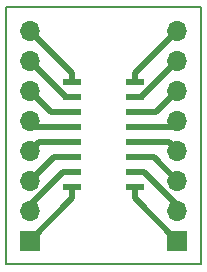
<source format=gbr>
%TF.GenerationSoftware,KiCad,Pcbnew,7.0.10-7.0.10~ubuntu22.04.1*%
%TF.CreationDate,2024-03-28T06:12:07+02:00*%
%TF.ProjectId,stc8g_SOP16_breakout_board,73746338-675f-4534-9f50-31365f627265,rev?*%
%TF.SameCoordinates,Original*%
%TF.FileFunction,Copper,L1,Top*%
%TF.FilePolarity,Positive*%
%FSLAX46Y46*%
G04 Gerber Fmt 4.6, Leading zero omitted, Abs format (unit mm)*
G04 Created by KiCad (PCBNEW 7.0.10-7.0.10~ubuntu22.04.1) date 2024-03-28 06:12:07*
%MOMM*%
%LPD*%
G01*
G04 APERTURE LIST*
G04 Aperture macros list*
%AMRoundRect*
0 Rectangle with rounded corners*
0 $1 Rounding radius*
0 $2 $3 $4 $5 $6 $7 $8 $9 X,Y pos of 4 corners*
0 Add a 4 corners polygon primitive as box body*
4,1,4,$2,$3,$4,$5,$6,$7,$8,$9,$2,$3,0*
0 Add four circle primitives for the rounded corners*
1,1,$1+$1,$2,$3*
1,1,$1+$1,$4,$5*
1,1,$1+$1,$6,$7*
1,1,$1+$1,$8,$9*
0 Add four rect primitives between the rounded corners*
20,1,$1+$1,$2,$3,$4,$5,0*
20,1,$1+$1,$4,$5,$6,$7,0*
20,1,$1+$1,$6,$7,$8,$9,0*
20,1,$1+$1,$8,$9,$2,$3,0*%
G04 Aperture macros list end*
%TA.AperFunction,NonConductor*%
%ADD10C,0.200000*%
%TD*%
%TA.AperFunction,ComponentPad*%
%ADD11O,1.700000X1.700000*%
%TD*%
%TA.AperFunction,ComponentPad*%
%ADD12R,1.700000X1.700000*%
%TD*%
%TA.AperFunction,SMDPad,CuDef*%
%ADD13RoundRect,0.137500X-0.662500X-0.137500X0.662500X-0.137500X0.662500X0.137500X-0.662500X0.137500X0*%
%TD*%
%TA.AperFunction,Conductor*%
%ADD14C,0.550000*%
%TD*%
G04 APERTURE END LIST*
D10*
X131750000Y-89250000D02*
X148250000Y-89250000D01*
X148250000Y-111000000D01*
X131750000Y-111000000D01*
X131750000Y-89250000D01*
D11*
X146250000Y-91220000D03*
X146250000Y-93760000D03*
X146250000Y-96300000D03*
X146250000Y-98840000D03*
X146250000Y-101380000D03*
X146250000Y-103920000D03*
X146250000Y-106460000D03*
D12*
X146250000Y-109000000D03*
X133750000Y-109000000D03*
D11*
X133750000Y-106460000D03*
X133750000Y-103920000D03*
X133750000Y-101380000D03*
X133750000Y-98840000D03*
X133750000Y-96300000D03*
X133750000Y-93760000D03*
X133750000Y-91220000D03*
D13*
X137350000Y-95555000D03*
X137350000Y-96825000D03*
X137350000Y-98095000D03*
X137350000Y-99365000D03*
X137350000Y-100635000D03*
X137350000Y-101905000D03*
X137350000Y-103175000D03*
X137350000Y-104445000D03*
X142650000Y-104445000D03*
X142650000Y-103175000D03*
X142650000Y-101905000D03*
X142650000Y-100635000D03*
X142650000Y-99365000D03*
X142650000Y-98095000D03*
X142650000Y-96825000D03*
X142650000Y-95555000D03*
D14*
X137350000Y-104445000D02*
X137350000Y-105400000D01*
X137350000Y-105400000D02*
X133750000Y-109000000D01*
X137350000Y-95555000D02*
X137350000Y-94820000D01*
X137350000Y-94820000D02*
X133750000Y-91220000D01*
X137350000Y-96825000D02*
X136815000Y-96825000D01*
X136815000Y-96825000D02*
X133750000Y-93760000D01*
X137350000Y-103175000D02*
X136550001Y-103175000D01*
X136550001Y-103175000D02*
X133750000Y-105975001D01*
X133750000Y-105975001D02*
X133750000Y-106460000D01*
X137350000Y-101905000D02*
X135765000Y-101905000D01*
X135765000Y-101905000D02*
X133750000Y-103920000D01*
X137350000Y-98095000D02*
X135545000Y-98095000D01*
X135545000Y-98095000D02*
X133750000Y-96300000D01*
X137350000Y-99365000D02*
X134275000Y-99365000D01*
X134275000Y-99365000D02*
X133750000Y-98840000D01*
X137350000Y-100635000D02*
X134495000Y-100635000D01*
X134495000Y-100635000D02*
X133750000Y-101380000D01*
X142650000Y-104445000D02*
X142650000Y-105400000D01*
X142650000Y-105400000D02*
X146250000Y-109000000D01*
X142650000Y-103175000D02*
X143449999Y-103175000D01*
X143449999Y-103175000D02*
X146250000Y-105975001D01*
X146250000Y-105975001D02*
X146250000Y-106460000D01*
X142650000Y-95555000D02*
X142650000Y-94820000D01*
X142650000Y-94820000D02*
X146250000Y-91220000D01*
X142650000Y-96825000D02*
X143185000Y-96825000D01*
X143185000Y-96825000D02*
X146250000Y-93760000D01*
X142650000Y-101905000D02*
X144235000Y-101905000D01*
X144235000Y-101905000D02*
X146250000Y-103920000D01*
X142650000Y-98095000D02*
X144455000Y-98095000D01*
X144455000Y-98095000D02*
X146250000Y-96300000D01*
X142650000Y-100635000D02*
X145505000Y-100635000D01*
X145505000Y-100635000D02*
X146250000Y-101380000D01*
X142650000Y-99365000D02*
X145725000Y-99365000D01*
X145725000Y-99365000D02*
X146250000Y-98840000D01*
M02*

</source>
